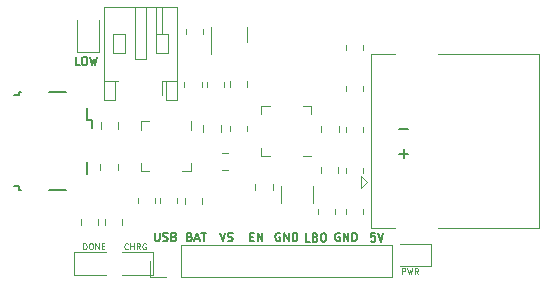
<source format=gbr>
%TF.GenerationSoftware,KiCad,Pcbnew,(5.99.0-10766-geeb405c196)*%
%TF.CreationDate,2021-06-19T10:41:26+04:00*%
%TF.ProjectId,Adafruit-PowerBoost-1000C,41646166-7275-4697-942d-506f77657242,rev?*%
%TF.SameCoordinates,Original*%
%TF.FileFunction,Legend,Top*%
%TF.FilePolarity,Positive*%
%FSLAX46Y46*%
G04 Gerber Fmt 4.6, Leading zero omitted, Abs format (unit mm)*
G04 Created by KiCad (PCBNEW (5.99.0-10766-geeb405c196)) date 2021-06-19 10:41:26*
%MOMM*%
%LPD*%
G01*
G04 APERTURE LIST*
%ADD10C,0.150000*%
%ADD11C,0.125000*%
%ADD12C,0.120000*%
G04 APERTURE END LIST*
D10*
X111916666Y-96316666D02*
X111916666Y-96883333D01*
X111950000Y-96950000D01*
X111983333Y-96983333D01*
X112050000Y-97016666D01*
X112183333Y-97016666D01*
X112250000Y-96983333D01*
X112283333Y-96950000D01*
X112316666Y-96883333D01*
X112316666Y-96316666D01*
X112616666Y-96983333D02*
X112716666Y-97016666D01*
X112883333Y-97016666D01*
X112950000Y-96983333D01*
X112983333Y-96950000D01*
X113016666Y-96883333D01*
X113016666Y-96816666D01*
X112983333Y-96750000D01*
X112950000Y-96716666D01*
X112883333Y-96683333D01*
X112750000Y-96650000D01*
X112683333Y-96616666D01*
X112650000Y-96583333D01*
X112616666Y-96516666D01*
X112616666Y-96450000D01*
X112650000Y-96383333D01*
X112683333Y-96350000D01*
X112750000Y-96316666D01*
X112916666Y-96316666D01*
X113016666Y-96350000D01*
X113550000Y-96650000D02*
X113650000Y-96683333D01*
X113683333Y-96716666D01*
X113716666Y-96783333D01*
X113716666Y-96883333D01*
X113683333Y-96950000D01*
X113650000Y-96983333D01*
X113583333Y-97016666D01*
X113316666Y-97016666D01*
X113316666Y-96316666D01*
X113550000Y-96316666D01*
X113616666Y-96350000D01*
X113650000Y-96383333D01*
X113683333Y-96450000D01*
X113683333Y-96516666D01*
X113650000Y-96583333D01*
X113616666Y-96616666D01*
X113550000Y-96650000D01*
X113316666Y-96650000D01*
X125050000Y-97066666D02*
X124716666Y-97066666D01*
X124716666Y-96366666D01*
X125516666Y-96700000D02*
X125616666Y-96733333D01*
X125650000Y-96766666D01*
X125683333Y-96833333D01*
X125683333Y-96933333D01*
X125650000Y-97000000D01*
X125616666Y-97033333D01*
X125550000Y-97066666D01*
X125283333Y-97066666D01*
X125283333Y-96366666D01*
X125516666Y-96366666D01*
X125583333Y-96400000D01*
X125616666Y-96433333D01*
X125650000Y-96500000D01*
X125650000Y-96566666D01*
X125616666Y-96633333D01*
X125583333Y-96666666D01*
X125516666Y-96700000D01*
X125283333Y-96700000D01*
X126116666Y-96366666D02*
X126250000Y-96366666D01*
X126316666Y-96400000D01*
X126383333Y-96466666D01*
X126416666Y-96600000D01*
X126416666Y-96833333D01*
X126383333Y-96966666D01*
X126316666Y-97033333D01*
X126250000Y-97066666D01*
X126116666Y-97066666D01*
X126050000Y-97033333D01*
X125983333Y-96966666D01*
X125950000Y-96833333D01*
X125950000Y-96600000D01*
X125983333Y-96466666D01*
X126050000Y-96400000D01*
X126116666Y-96366666D01*
X117433333Y-96316666D02*
X117666666Y-97016666D01*
X117900000Y-96316666D01*
X118100000Y-96983333D02*
X118200000Y-97016666D01*
X118366666Y-97016666D01*
X118433333Y-96983333D01*
X118466666Y-96950000D01*
X118500000Y-96883333D01*
X118500000Y-96816666D01*
X118466666Y-96750000D01*
X118433333Y-96716666D01*
X118366666Y-96683333D01*
X118233333Y-96650000D01*
X118166666Y-96616666D01*
X118133333Y-96583333D01*
X118100000Y-96516666D01*
X118100000Y-96450000D01*
X118133333Y-96383333D01*
X118166666Y-96350000D01*
X118233333Y-96316666D01*
X118400000Y-96316666D01*
X118500000Y-96350000D01*
X105550000Y-82116666D02*
X105216666Y-82116666D01*
X105216666Y-81416666D01*
X105916666Y-81416666D02*
X106050000Y-81416666D01*
X106116666Y-81450000D01*
X106183333Y-81516666D01*
X106216666Y-81650000D01*
X106216666Y-81883333D01*
X106183333Y-82016666D01*
X106116666Y-82083333D01*
X106050000Y-82116666D01*
X105916666Y-82116666D01*
X105850000Y-82083333D01*
X105783333Y-82016666D01*
X105750000Y-81883333D01*
X105750000Y-81650000D01*
X105783333Y-81516666D01*
X105850000Y-81450000D01*
X105916666Y-81416666D01*
X106450000Y-81416666D02*
X106616666Y-82116666D01*
X106750000Y-81616666D01*
X106883333Y-82116666D01*
X107050000Y-81416666D01*
D11*
X132833333Y-99826190D02*
X132833333Y-99326190D01*
X133023809Y-99326190D01*
X133071428Y-99350000D01*
X133095238Y-99373809D01*
X133119047Y-99421428D01*
X133119047Y-99492857D01*
X133095238Y-99540476D01*
X133071428Y-99564285D01*
X133023809Y-99588095D01*
X132833333Y-99588095D01*
X133285714Y-99326190D02*
X133404761Y-99826190D01*
X133500000Y-99469047D01*
X133595238Y-99826190D01*
X133714285Y-99326190D01*
X134190476Y-99826190D02*
X134023809Y-99588095D01*
X133904761Y-99826190D02*
X133904761Y-99326190D01*
X134095238Y-99326190D01*
X134142857Y-99350000D01*
X134166666Y-99373809D01*
X134190476Y-99421428D01*
X134190476Y-99492857D01*
X134166666Y-99540476D01*
X134142857Y-99564285D01*
X134095238Y-99588095D01*
X133904761Y-99588095D01*
D10*
X132619047Y-87571428D02*
X133380952Y-87571428D01*
X132619047Y-89621428D02*
X133380952Y-89621428D01*
X133000000Y-90002380D02*
X133000000Y-89240476D01*
X130566666Y-96366666D02*
X130233333Y-96366666D01*
X130200000Y-96700000D01*
X130233333Y-96666666D01*
X130300000Y-96633333D01*
X130466666Y-96633333D01*
X130533333Y-96666666D01*
X130566666Y-96700000D01*
X130600000Y-96766666D01*
X130600000Y-96933333D01*
X130566666Y-97000000D01*
X130533333Y-97033333D01*
X130466666Y-97066666D01*
X130300000Y-97066666D01*
X130233333Y-97033333D01*
X130200000Y-97000000D01*
X130800000Y-96366666D02*
X131033333Y-97066666D01*
X131266666Y-96366666D01*
D11*
X105869047Y-97726190D02*
X105869047Y-97226190D01*
X105988095Y-97226190D01*
X106059523Y-97250000D01*
X106107142Y-97297619D01*
X106130952Y-97345238D01*
X106154761Y-97440476D01*
X106154761Y-97511904D01*
X106130952Y-97607142D01*
X106107142Y-97654761D01*
X106059523Y-97702380D01*
X105988095Y-97726190D01*
X105869047Y-97726190D01*
X106464285Y-97226190D02*
X106559523Y-97226190D01*
X106607142Y-97250000D01*
X106654761Y-97297619D01*
X106678571Y-97392857D01*
X106678571Y-97559523D01*
X106654761Y-97654761D01*
X106607142Y-97702380D01*
X106559523Y-97726190D01*
X106464285Y-97726190D01*
X106416666Y-97702380D01*
X106369047Y-97654761D01*
X106345238Y-97559523D01*
X106345238Y-97392857D01*
X106369047Y-97297619D01*
X106416666Y-97250000D01*
X106464285Y-97226190D01*
X106892857Y-97726190D02*
X106892857Y-97226190D01*
X107178571Y-97726190D01*
X107178571Y-97226190D01*
X107416666Y-97464285D02*
X107583333Y-97464285D01*
X107654761Y-97726190D02*
X107416666Y-97726190D01*
X107416666Y-97226190D01*
X107654761Y-97226190D01*
X109642857Y-97678571D02*
X109619047Y-97702380D01*
X109547619Y-97726190D01*
X109500000Y-97726190D01*
X109428571Y-97702380D01*
X109380952Y-97654761D01*
X109357142Y-97607142D01*
X109333333Y-97511904D01*
X109333333Y-97440476D01*
X109357142Y-97345238D01*
X109380952Y-97297619D01*
X109428571Y-97250000D01*
X109500000Y-97226190D01*
X109547619Y-97226190D01*
X109619047Y-97250000D01*
X109642857Y-97273809D01*
X109857142Y-97726190D02*
X109857142Y-97226190D01*
X109857142Y-97464285D02*
X110142857Y-97464285D01*
X110142857Y-97726190D02*
X110142857Y-97226190D01*
X110666666Y-97726190D02*
X110500000Y-97488095D01*
X110380952Y-97726190D02*
X110380952Y-97226190D01*
X110571428Y-97226190D01*
X110619047Y-97250000D01*
X110642857Y-97273809D01*
X110666666Y-97321428D01*
X110666666Y-97392857D01*
X110642857Y-97440476D01*
X110619047Y-97464285D01*
X110571428Y-97488095D01*
X110380952Y-97488095D01*
X111142857Y-97250000D02*
X111095238Y-97226190D01*
X111023809Y-97226190D01*
X110952380Y-97250000D01*
X110904761Y-97297619D01*
X110880952Y-97345238D01*
X110857142Y-97440476D01*
X110857142Y-97511904D01*
X110880952Y-97607142D01*
X110904761Y-97654761D01*
X110952380Y-97702380D01*
X111023809Y-97726190D01*
X111071428Y-97726190D01*
X111142857Y-97702380D01*
X111166666Y-97678571D01*
X111166666Y-97511904D01*
X111071428Y-97511904D01*
D10*
X119983333Y-96650000D02*
X120216666Y-96650000D01*
X120316666Y-97016666D02*
X119983333Y-97016666D01*
X119983333Y-96316666D01*
X120316666Y-96316666D01*
X120616666Y-97016666D02*
X120616666Y-96316666D01*
X121016666Y-97016666D01*
X121016666Y-96316666D01*
X122516666Y-96350000D02*
X122450000Y-96316666D01*
X122350000Y-96316666D01*
X122250000Y-96350000D01*
X122183333Y-96416666D01*
X122150000Y-96483333D01*
X122116666Y-96616666D01*
X122116666Y-96716666D01*
X122150000Y-96850000D01*
X122183333Y-96916666D01*
X122250000Y-96983333D01*
X122350000Y-97016666D01*
X122416666Y-97016666D01*
X122516666Y-96983333D01*
X122550000Y-96950000D01*
X122550000Y-96716666D01*
X122416666Y-96716666D01*
X122850000Y-97016666D02*
X122850000Y-96316666D01*
X123250000Y-97016666D01*
X123250000Y-96316666D01*
X123583333Y-97016666D02*
X123583333Y-96316666D01*
X123750000Y-96316666D01*
X123850000Y-96350000D01*
X123916666Y-96416666D01*
X123950000Y-96483333D01*
X123983333Y-96616666D01*
X123983333Y-96716666D01*
X123950000Y-96850000D01*
X123916666Y-96916666D01*
X123850000Y-96983333D01*
X123750000Y-97016666D01*
X123583333Y-97016666D01*
X127566666Y-96350000D02*
X127500000Y-96316666D01*
X127400000Y-96316666D01*
X127300000Y-96350000D01*
X127233333Y-96416666D01*
X127200000Y-96483333D01*
X127166666Y-96616666D01*
X127166666Y-96716666D01*
X127200000Y-96850000D01*
X127233333Y-96916666D01*
X127300000Y-96983333D01*
X127400000Y-97016666D01*
X127466666Y-97016666D01*
X127566666Y-96983333D01*
X127600000Y-96950000D01*
X127600000Y-96716666D01*
X127466666Y-96716666D01*
X127900000Y-97016666D02*
X127900000Y-96316666D01*
X128300000Y-97016666D01*
X128300000Y-96316666D01*
X128633333Y-97016666D02*
X128633333Y-96316666D01*
X128800000Y-96316666D01*
X128900000Y-96350000D01*
X128966666Y-96416666D01*
X129000000Y-96483333D01*
X129033333Y-96616666D01*
X129033333Y-96716666D01*
X129000000Y-96850000D01*
X128966666Y-96916666D01*
X128900000Y-96983333D01*
X128800000Y-97016666D01*
X128633333Y-97016666D01*
X114883333Y-96650000D02*
X114983333Y-96683333D01*
X115016666Y-96716666D01*
X115050000Y-96783333D01*
X115050000Y-96883333D01*
X115016666Y-96950000D01*
X114983333Y-96983333D01*
X114916666Y-97016666D01*
X114650000Y-97016666D01*
X114650000Y-96316666D01*
X114883333Y-96316666D01*
X114950000Y-96350000D01*
X114983333Y-96383333D01*
X115016666Y-96450000D01*
X115016666Y-96516666D01*
X114983333Y-96583333D01*
X114950000Y-96616666D01*
X114883333Y-96650000D01*
X114650000Y-96650000D01*
X115316666Y-96816666D02*
X115650000Y-96816666D01*
X115250000Y-97016666D02*
X115483333Y-96316666D01*
X115716666Y-97016666D01*
X115850000Y-96316666D02*
X116250000Y-96316666D01*
X116050000Y-97016666D02*
X116050000Y-96316666D01*
D12*
%TO.C,C4*%
X119735000Y-84011252D02*
X119735000Y-83488748D01*
X118265000Y-84011252D02*
X118265000Y-83488748D01*
%TO.C,D2*%
X105115000Y-99860000D02*
X107800000Y-99860000D01*
X105115000Y-97940000D02*
X105115000Y-99860000D01*
X107800000Y-97940000D02*
X105115000Y-97940000D01*
%TO.C,R2*%
X105665000Y-95627064D02*
X105665000Y-95172936D01*
X107135000Y-95627064D02*
X107135000Y-95172936D01*
%TO.C,R1*%
X109135000Y-95627064D02*
X109135000Y-95172936D01*
X107665000Y-95627064D02*
X107665000Y-95172936D01*
%TO.C,BT1*%
X112000000Y-81100000D02*
X113000000Y-81100000D01*
X112560000Y-83460000D02*
X112560000Y-84675000D01*
X111200000Y-77240000D02*
X111200000Y-81600000D01*
X107640000Y-77240000D02*
X107640000Y-85060000D01*
X108560000Y-85060000D02*
X108560000Y-83460000D01*
X113760000Y-83460000D02*
X112840000Y-83460000D01*
X113760000Y-77240000D02*
X107640000Y-77240000D01*
X107640000Y-83460000D02*
X108560000Y-83460000D01*
X113000000Y-79500000D02*
X112000000Y-79500000D01*
X112840000Y-85060000D02*
X113760000Y-85060000D01*
X113760000Y-85060000D02*
X113760000Y-77240000D01*
X107640000Y-85060000D02*
X108560000Y-85060000D01*
X111200000Y-81600000D02*
X110200000Y-81600000D01*
X112500000Y-79500000D02*
X112500000Y-77240000D01*
X109400000Y-79500000D02*
X109400000Y-81100000D01*
X112560000Y-83460000D02*
X112840000Y-83460000D01*
X108400000Y-81100000D02*
X108400000Y-79500000D01*
X112000000Y-79500000D02*
X112000000Y-81100000D01*
X113000000Y-81100000D02*
X113000000Y-79500000D01*
X108400000Y-79500000D02*
X109400000Y-79500000D01*
X108560000Y-83460000D02*
X108840000Y-83460000D01*
X110200000Y-81600000D02*
X110200000Y-77240000D01*
X112000000Y-79500000D02*
X112000000Y-77240000D01*
X109400000Y-81100000D02*
X108400000Y-81100000D01*
X112840000Y-83460000D02*
X112840000Y-85060000D01*
%TO.C,R15*%
X129585000Y-84330189D02*
X129585000Y-83876061D01*
X128115000Y-84330189D02*
X128115000Y-83876061D01*
%TO.C,R12*%
X125715000Y-94272936D02*
X125715000Y-94727064D01*
X127185000Y-94272936D02*
X127185000Y-94727064D01*
%TO.C,R8*%
X119735000Y-87272936D02*
X119735000Y-87727064D01*
X118265000Y-87272936D02*
X118265000Y-87727064D01*
%TO.C,R18*%
X128115000Y-87341686D02*
X128115000Y-87795814D01*
X129585000Y-87341686D02*
X129585000Y-87795814D01*
%TO.C,C3*%
X117485000Y-87238748D02*
X117485000Y-87761252D01*
X116015000Y-87238748D02*
X116015000Y-87761252D01*
%TO.C,R16*%
X129585000Y-80410436D02*
X129585000Y-80864564D01*
X128115000Y-80410436D02*
X128115000Y-80864564D01*
%TO.C,R3*%
X114415000Y-83977064D02*
X114415000Y-83522936D01*
X115885000Y-83977064D02*
X115885000Y-83522936D01*
%TO.C,R10*%
X121885000Y-92677064D02*
X121885000Y-92222936D01*
X120415000Y-92677064D02*
X120415000Y-92222936D01*
%TO.C,R4*%
X116315000Y-83977064D02*
X116315000Y-83522936D01*
X117785000Y-83977064D02*
X117785000Y-83522936D01*
%TO.C,R17*%
X129585000Y-91261439D02*
X129585000Y-90807311D01*
X128115000Y-91261439D02*
X128115000Y-90807311D01*
%TO.C,R13*%
X114565000Y-79072936D02*
X114565000Y-79527064D01*
X116035000Y-79072936D02*
X116035000Y-79527064D01*
%TO.C,C6*%
X125310000Y-92358748D02*
X125310000Y-93781252D01*
X122590000Y-92358748D02*
X122590000Y-93781252D01*
%TO.C,J2*%
X114145000Y-100030000D02*
X114145000Y-97370000D01*
X112875000Y-100030000D02*
X111545000Y-100030000D01*
X114145000Y-100030000D02*
X131985000Y-100030000D01*
X114145000Y-97370000D02*
X131985000Y-97370000D01*
X131985000Y-100030000D02*
X131985000Y-97370000D01*
X111545000Y-100030000D02*
X111545000Y-98700000D01*
%TO.C,U2*%
X120940000Y-89810000D02*
X120940000Y-89110000D01*
X124460000Y-85590000D02*
X125160000Y-85590000D01*
X124460000Y-89810000D02*
X125160000Y-89810000D01*
X121640000Y-85590000D02*
X120940000Y-85590000D01*
X121640000Y-89810000D02*
X120940000Y-89810000D01*
X125160000Y-85590000D02*
X125160000Y-86290000D01*
X120940000Y-85590000D02*
X120940000Y-86290000D01*
%TO.C,R9*%
X118077064Y-89565000D02*
X117622936Y-89565000D01*
X118077064Y-91035000D02*
X117622936Y-91035000D01*
%TO.C,J4*%
X129872500Y-92050000D02*
X129372500Y-91550000D01*
X135932500Y-81190000D02*
X144472500Y-81190000D01*
X135932500Y-95910000D02*
X144472500Y-95910000D01*
X144472500Y-95910000D02*
X144472500Y-81190000D01*
X132232500Y-81190000D02*
X130252500Y-81190000D01*
X129372500Y-92550000D02*
X129872500Y-92050000D01*
X129372500Y-91550000D02*
X129372500Y-92550000D01*
X130252500Y-95910000D02*
X132232500Y-95910000D01*
X130252500Y-95910000D02*
X130252500Y-81190000D01*
%TO.C,C1*%
X108835000Y-87511252D02*
X108835000Y-86988748D01*
X107365000Y-87511252D02*
X107365000Y-86988748D01*
%TO.C,C2*%
X115935000Y-93358748D02*
X115935000Y-93881252D01*
X114465000Y-93358748D02*
X114465000Y-93881252D01*
%TO.C,R6*%
X110465000Y-93372936D02*
X110465000Y-93827064D01*
X111935000Y-93372936D02*
X111935000Y-93827064D01*
%TO.C,C5*%
X126015000Y-87811252D02*
X126015000Y-87288748D01*
X127485000Y-87811252D02*
X127485000Y-87288748D01*
%TO.C,D3*%
X105290000Y-78300000D02*
X105290000Y-80985000D01*
X107210000Y-80985000D02*
X107210000Y-78300000D01*
X105290000Y-80985000D02*
X107210000Y-80985000D01*
%TO.C,R7*%
X108785000Y-90522936D02*
X108785000Y-90977064D01*
X107315000Y-90522936D02*
X107315000Y-90977064D01*
%TO.C,R5*%
X113835000Y-93372936D02*
X113835000Y-93827064D01*
X112365000Y-93372936D02*
X112365000Y-93827064D01*
%TO.C,D1*%
X109100000Y-99860000D02*
X111785000Y-99860000D01*
X111785000Y-99860000D02*
X111785000Y-97940000D01*
X111785000Y-97940000D02*
X109100000Y-97940000D01*
%TO.C,Q1*%
X119760000Y-79550000D02*
X119760000Y-80200000D01*
X116640000Y-79550000D02*
X116640000Y-78900000D01*
X119760000Y-79550000D02*
X119760000Y-78900000D01*
X116640000Y-79550000D02*
X116640000Y-81225000D01*
%TO.C,D4*%
X132650000Y-99160000D02*
X135335000Y-99160000D01*
X135335000Y-97240000D02*
X132650000Y-97240000D01*
X135335000Y-99160000D02*
X135335000Y-97240000D01*
%TO.C,U1*%
X114960000Y-90385000D02*
X114960000Y-91110000D01*
X114960000Y-87615000D02*
X114960000Y-86890000D01*
X114960000Y-91110000D02*
X114235000Y-91110000D01*
X110740000Y-87615000D02*
X110740000Y-86890000D01*
X110740000Y-91110000D02*
X111465000Y-91110000D01*
X110740000Y-90385000D02*
X110740000Y-91110000D01*
X110740000Y-86890000D02*
X111465000Y-86890000D01*
%TO.C,R11*%
X127455000Y-90772936D02*
X127455000Y-91227064D01*
X125985000Y-90772936D02*
X125985000Y-91227064D01*
D10*
%TO.C,J1*%
X100600000Y-84400000D02*
X100450000Y-84400000D01*
X103000000Y-92700000D02*
X104400000Y-92700000D01*
X100450000Y-92700000D02*
X100600000Y-92700000D01*
X100450000Y-92400000D02*
X100450000Y-92700000D01*
X104400000Y-84400000D02*
X103000000Y-84400000D01*
X100450000Y-84700000D02*
X100000000Y-84700000D01*
X106150000Y-90350000D02*
X106150000Y-91350000D01*
X100450000Y-84400000D02*
X100450000Y-84700000D01*
X100000000Y-92400000D02*
X100450000Y-92400000D01*
X106575000Y-86750000D02*
X106150000Y-86750000D01*
X106575000Y-87475000D02*
X106575000Y-86750000D01*
X106150000Y-86750000D02*
X106150000Y-85750000D01*
D12*
%TO.C,R14*%
X129585000Y-94272936D02*
X129585000Y-94727064D01*
X128115000Y-94272936D02*
X128115000Y-94727064D01*
%TD*%
M02*

</source>
